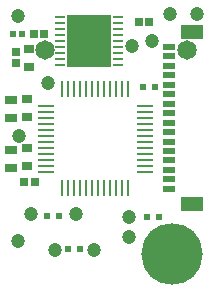
<source format=gts>
G04*
G04 #@! TF.GenerationSoftware,Altium Limited,Altium Designer,23.3.1 (30)*
G04*
G04 Layer_Color=8388736*
%FSLAX44Y44*%
%MOMM*%
G71*
G04*
G04 #@! TF.SameCoordinates,EE50F138-8671-4C82-A0EB-FFF9DC3D7C88*
G04*
G04*
G04 #@! TF.FilePolarity,Negative*
G04*
G01*
G75*
%ADD14R,1.0414X0.5334*%
%ADD15R,0.5153X0.4725*%
%ADD18R,1.4620X0.2794*%
%ADD19R,0.2794X1.4620*%
%ADD20R,3.7592X4.4450*%
%ADD21R,0.8080X0.2548*%
%ADD22R,0.9000X0.8000*%
%ADD25R,0.5000X0.6000*%
%ADD26C,1.9000*%
%ADD27R,1.8542X1.1430*%
%ADD28R,0.7532X0.7532*%
%ADD29C,1.2032*%
%ADD30R,1.0532X0.6532*%
%ADD31R,0.8032X0.7532*%
%ADD32C,1.6532*%
%ADD33C,5.2032*%
D14*
X142500Y207500D02*
D03*
Y199500D02*
D03*
Y191500D02*
D03*
Y183500D02*
D03*
Y175500D02*
D03*
Y167500D02*
D03*
Y159500D02*
D03*
Y151500D02*
D03*
Y143500D02*
D03*
Y135500D02*
D03*
Y127500D02*
D03*
Y119500D02*
D03*
Y111500D02*
D03*
Y103500D02*
D03*
Y95500D02*
D03*
Y87500D02*
D03*
D15*
X10214Y218500D02*
D03*
X17786D02*
D03*
D18*
X122164Y157940D02*
D03*
Y152860D02*
D03*
Y147780D02*
D03*
Y142700D02*
D03*
Y137620D02*
D03*
Y132540D02*
D03*
Y127460D02*
D03*
Y122380D02*
D03*
Y117300D02*
D03*
Y112220D02*
D03*
Y107140D02*
D03*
Y102060D02*
D03*
X37836D02*
D03*
Y107140D02*
D03*
Y112220D02*
D03*
Y117300D02*
D03*
Y122380D02*
D03*
Y127460D02*
D03*
Y132540D02*
D03*
Y137620D02*
D03*
Y142700D02*
D03*
Y147780D02*
D03*
Y152860D02*
D03*
Y157940D02*
D03*
D19*
X107940Y87836D02*
D03*
X102860D02*
D03*
X97780D02*
D03*
X92700D02*
D03*
X87620D02*
D03*
X82540D02*
D03*
X77460D02*
D03*
X72380D02*
D03*
X67300D02*
D03*
X62220D02*
D03*
X57140D02*
D03*
X52060D02*
D03*
Y172164D02*
D03*
X57140D02*
D03*
X62220D02*
D03*
X67300D02*
D03*
X72380D02*
D03*
X77460D02*
D03*
X82540D02*
D03*
X87620D02*
D03*
X92700D02*
D03*
X97780D02*
D03*
X102860D02*
D03*
X107940D02*
D03*
D20*
X74750Y212750D02*
D03*
D21*
X99491Y233070D02*
D03*
Y227990D02*
D03*
Y222910D02*
D03*
Y217830D02*
D03*
Y212750D02*
D03*
Y207670D02*
D03*
Y202590D02*
D03*
Y197510D02*
D03*
Y192430D02*
D03*
X50009D02*
D03*
Y197510D02*
D03*
Y202590D02*
D03*
Y207670D02*
D03*
Y212750D02*
D03*
Y217830D02*
D03*
Y222910D02*
D03*
Y227990D02*
D03*
Y233070D02*
D03*
D22*
X22250Y163250D02*
D03*
Y148250D02*
D03*
X24000Y191000D02*
D03*
Y206000D02*
D03*
X22250Y107000D02*
D03*
Y122000D02*
D03*
D25*
X57000Y36500D02*
D03*
X67000D02*
D03*
X124000Y63500D02*
D03*
X134000D02*
D03*
X130500Y173750D02*
D03*
X120500D02*
D03*
X39250Y64750D02*
D03*
X49250D02*
D03*
D26*
X154500Y32000D02*
G03*
X154500Y32000I-9500J0D01*
G01*
D27*
X161700Y220000D02*
D03*
Y75000D02*
D03*
D28*
X12500Y194000D02*
D03*
Y203000D02*
D03*
D29*
X14250Y43500D02*
D03*
X15000Y132500D02*
D03*
X40000Y177250D02*
D03*
X110750Y208000D02*
D03*
X128000Y212250D02*
D03*
X14250Y234000D02*
D03*
X45500Y35250D02*
D03*
X78500D02*
D03*
X108500Y64000D02*
D03*
Y46250D02*
D03*
X165750Y235500D02*
D03*
X143000D02*
D03*
X25250Y66250D02*
D03*
X64000D02*
D03*
D30*
X8750Y147500D02*
D03*
Y162500D02*
D03*
Y120250D02*
D03*
Y105250D02*
D03*
D31*
X28000Y218250D02*
D03*
X36500D02*
D03*
X116750Y228750D02*
D03*
X125250D02*
D03*
X28500Y93000D02*
D03*
X20000D02*
D03*
D32*
X157500Y205000D02*
D03*
X37500D02*
D03*
D33*
X145000Y32000D02*
D03*
M02*

</source>
